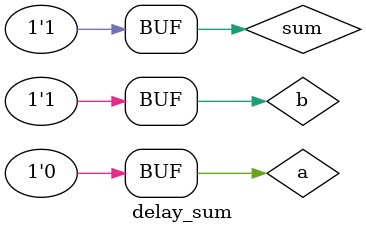
<source format=v>
`timescale 1ns / 1ps


module delay_sum();
reg a,b;
wire sum;
assign sum=a+b;
initial begin
a=1;b=1;#5;
a=0;b=1;#5;
$monitor("%0t/t%b/t%b",$time,a,b,sum);
end
endmodule

</source>
